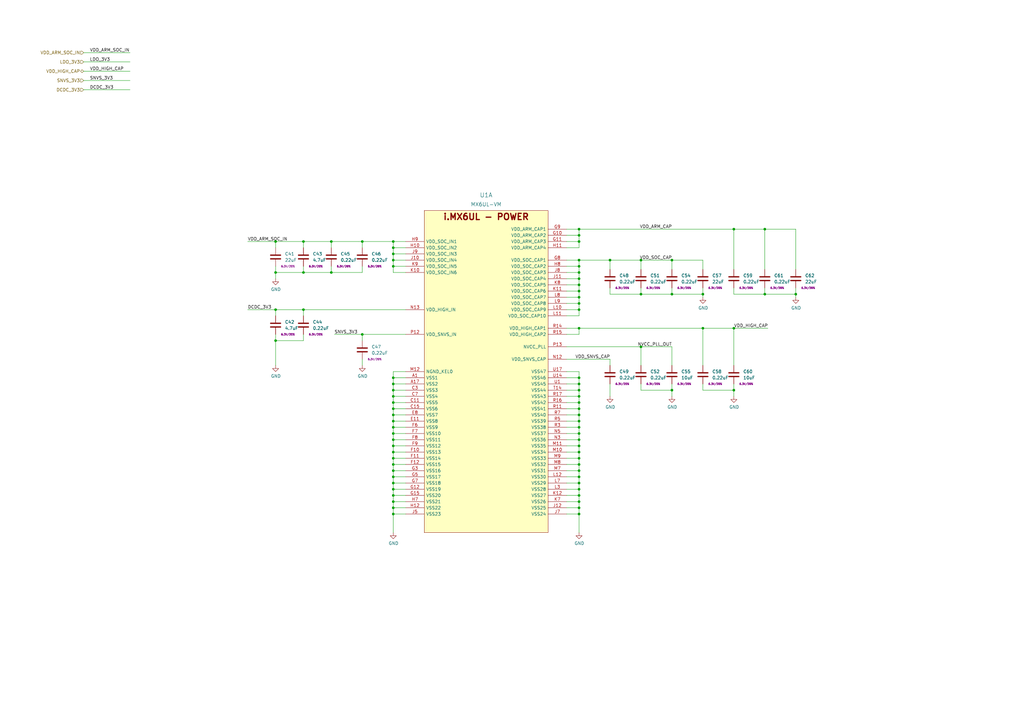
<source format=kicad_sch>
(kicad_sch (version 20211123) (generator eeschema)
  (paper "A3")
  (lib_symbols
    (symbol "Device:C" (pin_numbers hide) (pin_names (offset 0.254))
      (property "Reference" "C" (at 0.635 2.54 0))
      (property "Value" "C" (at 0.635 -2.54 0))
      (symbol "C_1_1"
        (pin passive line (at 0 3.81 270) (length 2.794) (name "~") (number "1"))
        (pin passive line (at 0 -3.81 90) (length 2.794) (name "~") (number "2"))
      )
    )
    (symbol "imx6ull-sbc:MX6UL-VM" (pin_names (offset 0.762))
      (property "Reference" "U" (at 7.62 5.08 0))
      (property "Value" "MX6UL-VM" (at -5.08 5.08 0))
      (symbol "MX6UL-VM_1_0"
        (text "i.MX6UL - POWER" (at 0 -2.54 0) (effects (font (size 2.54 2.54) bold)))
      )
      (symbol "MX6UL-VM_1_1"
        (pin power_in line (at -33.02 -68.58 0) (length 7.62) (name "VSS1") (number "A1"))
        (pin power_in line (at -33.02 -71.12 0) (length 7.62) (name "VSS2") (number "A17"))
        (pin power_in line (at -33.02 -78.74 0) (length 7.62) (name "VSS5") (number "C11"))
        (pin power_in line (at -33.02 -81.28 0) (length 7.62) (name "VSS6") (number "C15"))
        (pin power_in line (at -33.02 -73.66 0) (length 7.62) (name "VSS3") (number "C3"))
        (pin power_in line (at -33.02 -76.2 0) (length 7.62) (name "VSS4") (number "C7"))
        (pin power_in line (at -33.02 -86.36 0) (length 7.62) (name "VSS8") (number "E11"))
        (pin power_in line (at -33.02 -83.82 0) (length 7.62) (name "VSS7") (number "E8"))
        (pin power_in line (at -33.02 -99.06 0) (length 7.62) (name "VSS13") (number "F10"))
        (pin power_in line (at -33.02 -101.6 0) (length 7.62) (name "VSS14") (number "F11"))
        (pin power_in line (at -33.02 -104.14 0) (length 7.62) (name "VSS15") (number "F12"))
        (pin power_in line (at -33.02 -88.9 0) (length 7.62) (name "VSS9") (number "F6"))
        (pin power_in line (at -33.02 -91.44 0) (length 7.62) (name "VSS10") (number "F7"))
        (pin power_in line (at -33.02 -93.98 0) (length 7.62) (name "VSS11") (number "F8"))
        (pin power_in line (at -33.02 -96.52 0) (length 7.62) (name "VSS12") (number "F9"))
        (pin passive line (at 33.02 -10.16 180) (length 7.62) (name "VDD_ARM_CAP2") (number "G10"))
        (pin passive line (at 33.02 -12.7 180) (length 7.62) (name "VDD_ARM_CAP3") (number "G11"))
        (pin power_in line (at -33.02 -114.3 0) (length 7.62) (name "VSS19") (number "G12"))
        (pin power_in line (at -33.02 -116.84 0) (length 7.62) (name "VSS20") (number "G15"))
        (pin power_in line (at -33.02 -106.68 0) (length 7.62) (name "VSS16") (number "G3"))
        (pin power_in line (at -33.02 -109.22 0) (length 7.62) (name "VSS17") (number "G5"))
        (pin power_in line (at -33.02 -111.76 0) (length 7.62) (name "VSS18") (number "G7"))
        (pin power_out line (at 33.02 -20.32 180) (length 7.62) (name "VDD_SOC_CAP1") (number "G8"))
        (pin power_out line (at 33.02 -7.62 180) (length 7.62) (name "VDD_ARM_CAP1") (number "G9"))
        (pin power_in line (at -33.02 -15.24 0) (length 7.62) (name "VDD_SOC_IN2") (number "H10"))
        (pin passive line (at 33.02 -15.24 180) (length 7.62) (name "VDD_ARM_CAP4") (number "H11"))
        (pin power_in line (at -33.02 -121.92 0) (length 7.62) (name "VSS22") (number "H12"))
        (pin power_in line (at -33.02 -119.38 0) (length 7.62) (name "VSS21") (number "H7"))
        (pin passive line (at 33.02 -22.86 180) (length 7.62) (name "VDD_SOC_CAP2") (number "H8"))
        (pin power_in line (at -33.02 -12.7 0) (length 7.62) (name "VDD_SOC_IN1") (number "H9"))
        (pin power_in line (at -33.02 -20.32 0) (length 7.62) (name "VDD_SOC_IN4") (number "J10"))
        (pin passive line (at 33.02 -27.94 180) (length 7.62) (name "VDD_SOC_CAP4") (number "J11"))
        (pin power_in line (at 33.02 -121.92 180) (length 7.62) (name "VSS25") (number "J12"))
        (pin power_in line (at -33.02 -124.46 0) (length 7.62) (name "VSS23") (number "J5"))
        (pin power_in line (at 33.02 -124.46 180) (length 7.62) (name "VSS24") (number "J7"))
        (pin passive line (at 33.02 -25.4 180) (length 7.62) (name "VDD_SOC_CAP3") (number "J8"))
        (pin power_in line (at -33.02 -17.78 0) (length 7.62) (name "VDD_SOC_IN3") (number "J9"))
        (pin power_in line (at -33.02 -25.4 0) (length 7.62) (name "VDD_SOC_IN6") (number "K10"))
        (pin passive line (at 33.02 -33.02 180) (length 7.62) (name "VDD_SOC_CAP6") (number "K11"))
        (pin power_in line (at 33.02 -116.84 180) (length 7.62) (name "VSS27") (number "K12"))
        (pin power_in line (at 33.02 -119.38 180) (length 7.62) (name "VSS26") (number "K7"))
        (pin passive line (at 33.02 -30.48 180) (length 7.62) (name "VDD_SOC_CAP5") (number "K8"))
        (pin power_in line (at -33.02 -22.86 0) (length 7.62) (name "VDD_SOC_IN5") (number "K9"))
        (pin passive line (at 33.02 -40.64 180) (length 7.62) (name "VDD_SOC_CAP9") (number "L10"))
        (pin passive line (at 33.02 -43.18 180) (length 7.62) (name "VDD_SOC_CAP10") (number "L11"))
        (pin power_in line (at 33.02 -109.22 180) (length 7.62) (name "VSS30") (number "L12"))
        (pin power_in line (at 33.02 -114.3 180) (length 7.62) (name "VSS28") (number "L3"))
        (pin power_in line (at 33.02 -111.76 180) (length 7.62) (name "VSS29") (number "L7"))
        (pin passive line (at 33.02 -35.56 180) (length 7.62) (name "VDD_SOC_CAP7") (number "L8"))
        (pin passive line (at 33.02 -38.1 180) (length 7.62) (name "VDD_SOC_CAP8") (number "L9"))
        (pin power_in line (at 33.02 -99.06 180) (length 7.62) (name "VSS34") (number "M10"))
        (pin power_in line (at 33.02 -96.52 180) (length 7.62) (name "VSS35") (number "M11"))
        (pin power_in line (at -33.02 -66.04 0) (length 7.62) (name "NGND_KEL0") (number "M12"))
        (pin power_in line (at 33.02 -106.68 180) (length 7.62) (name "VSS31") (number "M7"))
        (pin power_in line (at 33.02 -104.14 180) (length 7.62) (name "VSS32") (number "M8"))
        (pin power_in line (at 33.02 -101.6 180) (length 7.62) (name "VSS33") (number "M9"))
        (pin power_out line (at 33.02 -60.96 180) (length 7.62) (name "VDD_SNVS_CAP") (number "N12"))
        (pin power_in line (at -33.02 -40.64 0) (length 7.62) (name "VDD_HIGH_IN") (number "N13"))
        (pin power_in line (at 33.02 -93.98 180) (length 7.62) (name "VSS36") (number "N3"))
        (pin power_in line (at 33.02 -91.44 180) (length 7.62) (name "VSS37") (number "N5"))
        (pin power_in line (at -33.02 -50.8 0) (length 7.62) (name "VDD_SNVS_IN") (number "P12"))
        (pin power_out line (at 33.02 -55.88 180) (length 7.62) (name "NVCC_PLL") (number "P13"))
        (pin power_in line (at 33.02 -81.28 180) (length 7.62) (name "VSS41") (number "R11"))
        (pin power_out line (at 33.02 -48.26 180) (length 7.62) (name "VDD_HIGH_CAP1") (number "R14"))
        (pin passive line (at 33.02 -50.8 180) (length 7.62) (name "VDD_HIGH_CAP2") (number "R15"))
        (pin power_in line (at 33.02 -78.74 180) (length 7.62) (name "VSS42") (number "R16"))
        (pin power_in line (at 33.02 -76.2 180) (length 7.62) (name "VSS43") (number "R17"))
        (pin power_in line (at 33.02 -88.9 180) (length 7.62) (name "VSS38") (number "R3"))
        (pin power_in line (at 33.02 -86.36 180) (length 7.62) (name "VSS39") (number "R5"))
        (pin power_in line (at 33.02 -83.82 180) (length 7.62) (name "VSS40") (number "R7"))
        (pin power_in line (at 33.02 -73.66 180) (length 7.62) (name "VSS44") (number "T14"))
        (pin power_in line (at 33.02 -71.12 180) (length 7.62) (name "VSS45") (number "U1"))
        (pin power_in line (at 33.02 -68.58 180) (length 7.62) (name "VSS46") (number "U14"))
        (pin power_in line (at 33.02 -66.04 180) (length 7.62) (name "VSS47") (number "U17"))
      )
      (symbol "MX6UL-VM_2_0"
        (text "i.MX6UL - DDR" (at -1.27 -2.54 0) (effects (font (size 2.54 2.54) bold)))
      )
      (symbol "MX6UL-VM_2_1"
        (pin output line (at 33.02 -73.66 180) (length 7.62) (name "DRAM_ODT1") (number "F1"))
        (pin output line (at -33.02 -48.26 0) (length 7.62) (name "DRAM_ADDR14") (number "G1"))
        (pin output line (at -33.02 -27.94 0) (length 7.62) (name "DRAM_ADDR06") (number "G2"))
        (pin output line (at -33.02 -91.44 0) (length 7.62) (name "DRAM_RESET") (number "G4"))
        (pin power_in line (at 33.02 -88.9 180) (length 7.62) (name "NVCC_DRAM1") (number "G6"))
        (pin output line (at -33.02 -58.42 0) (length 7.62) (name "DRAM_SDBA1") (number "H1"))
        (pin output line (at -33.02 -15.24 0) (length 7.62) (name "DRAM_ADDR01") (number "H2"))
        (pin output line (at -33.02 -45.72 0) (length 7.62) (name "DRAM_ADDR13") (number "H3"))
        (pin output line (at -33.02 -30.48 0) (length 7.62) (name "DRAM_ADDR07") (number "H4"))
        (pin output inverted (at -33.02 -68.58 0) (length 7.62) (name "~{DRAM_CS1}") (number "H5"))
        (pin power_in line (at 33.02 -91.44 180) (length 7.62) (name "NVCC_DRAM2") (number "H6"))
        (pin output inverted (at -33.02 -78.74 0) (length 7.62) (name "~{DRAM_SDWE}") (number "J1"))
        (pin output inverted (at -33.02 -76.2 0) (length 7.62) (name "~{DRAM_CAS}") (number "J2"))
        (pin output line (at 33.02 -81.28 180) (length 7.62) (name "DRAM_SDCKE1") (number "J3"))
        (pin output line (at -33.02 -33.02 0) (length 7.62) (name "DRAM_ADDR08") (number "J4"))
        (pin power_in line (at 33.02 -93.98 180) (length 7.62) (name "NVCC_DRAM3") (number "J6"))
        (pin output line (at -33.02 -17.78 0) (length 7.62) (name "DRAM_ADDR02") (number "K1"))
        (pin output line (at -33.02 -60.96 0) (length 7.62) (name "DRAM_SDBA2") (number "K2"))
        (pin output line (at -33.02 -40.64 0) (length 7.62) (name "DRAM_ADDR11") (number "K3"))
        (pin output line (at -33.02 -22.86 0) (length 7.62) (name "DRAM_ADDR04") (number "K4"))
        (pin output line (at -33.02 -50.8 0) (length 7.62) (name "DRAM_ADDR15") (number "K5"))
        (pin power_in line (at 33.02 -96.52 180) (length 7.62) (name "NVCC_DRAM4") (number "K6"))
        (pin output line (at -33.02 -25.4 0) (length 7.62) (name "DRAM_ADDR05") (number "L1"))
        (pin output line (at -33.02 -35.56 0) (length 7.62) (name "DRAM_ADDR09") (number "L2"))
        (pin output line (at -33.02 -43.18 0) (length 7.62) (name "DRAM_ADDR12") (number "L4"))
        (pin output line (at -33.02 -12.7 0) (length 7.62) (name "DRAM_ADDR00") (number "L5"))
        (pin power_in line (at 33.02 -99.06 180) (length 7.62) (name "NVCC_DRAM5") (number "L6"))
        (pin output line (at -33.02 -55.88 0) (length 7.62) (name "DRAM_SDBA0") (number "M1"))
        (pin output line (at -33.02 -20.32 0) (length 7.62) (name "DRAM_ADDR03") (number "M2"))
        (pin output line (at 33.02 -83.82 180) (length 7.62) (name "DRAM_SDCKE0") (number "M3"))
        (pin output line (at -33.02 -38.1 0) (length 7.62) (name "DRAM_ADDR10") (number "M4"))
        (pin output inverted (at -33.02 -73.66 0) (length 7.62) (name "~{DRAM_RAS}") (number "M5"))
        (pin power_in line (at 33.02 -101.6 180) (length 7.62) (name "NVCC_DRAM6") (number "M6"))
        (pin output line (at 33.02 -76.2 180) (length 7.62) (name "DRAM_ODT0") (number "N1"))
        (pin output inverted (at -33.02 -66.04 0) (length 7.62) (name "~{DRAM_CS0}") (number "N2"))
        (pin input line (at -33.02 -96.52 0) (length 7.62) (name "DRAM_ZQPAD") (number "N4"))
        (pin power_in line (at -33.02 -101.6 0) (length 7.62) (name "NVCC_DRAM_2P5") (number "N6"))
        (pin output line (at -33.02 -83.82 0) (length 7.62) (name "DRAM_SDCLK0_P") (number "P1"))
        (pin output line (at -33.02 -86.36 0) (length 7.62) (name "DRAM_SDCLK0_N") (number "P2"))
        (pin bidirectional line (at 33.02 -55.88 180) (length 7.62) (name "DRAM_DATA13") (number "P3"))
        (pin power_in line (at -33.02 -106.68 0) (length 7.62) (name "DRAM_VREF") (number "P4"))
        (pin bidirectional line (at 33.02 -53.34 180) (length 7.62) (name "DRAM_DATA12") (number "P5"))
        (pin output line (at 33.02 -33.02 180) (length 7.62) (name "DRAM_SDQS0_P") (number "P6"))
        (pin output line (at 33.02 -35.56 180) (length 7.62) (name "DRAM_SDQS0_N") (number "P7"))
        (pin bidirectional line (at 33.02 -60.96 180) (length 7.62) (name "DRAM_DATA15") (number "R1"))
        (pin bidirectional line (at 33.02 -58.42 180) (length 7.62) (name "DRAM_DATA14") (number "R2"))
        (pin bidirectional line (at 33.02 -50.8 180) (length 7.62) (name "DRAM_DATA11") (number "R4"))
        (pin output line (at 33.02 -63.5 180) (length 7.62) (name "DRAM_SDQS1_P") (number "T1"))
        (pin output line (at 33.02 -66.04 180) (length 7.62) (name "DRAM_SDQS1_N") (number "T2"))
        (pin output line (at 33.02 -68.58 180) (length 7.62) (name "DRAM_DQM1") (number "T3"))
        (pin bidirectional line (at 33.02 -12.7 180) (length 7.62) (name "DRAM_DATA00") (number "T4"))
        (pin bidirectional line (at 33.02 -27.94 180) (length 7.62) (name "DRAM_DATA06") (number "T5"))
        (pin bidirectional line (at 33.02 -17.78 180) (length 7.62) (name "DRAM_DATA02") (number "T6"))
        (pin output line (at 33.02 -38.1 180) (length 7.62) (name "DRAM_DQM0") (number "T7"))
        (pin bidirectional line (at 33.02 -25.4 180) (length 7.62) (name "DRAM_DATA05") (number "T8"))
        (pin bidirectional line (at 33.02 -43.18 180) (length 7.62) (name "DRAM_DATA08") (number "U2"))
        (pin bidirectional line (at 33.02 -45.72 180) (length 7.62) (name "DRAM_DATA09") (number "U3"))
        (pin bidirectional line (at 33.02 -30.48 180) (length 7.62) (name "DRAM_DATA07") (number "U4"))
        (pin bidirectional line (at 33.02 -48.26 180) (length 7.62) (name "DRAM_DATA10") (number "U5"))
        (pin bidirectional line (at 33.02 -15.24 180) (length 7.62) (name "DRAM_DATA01") (number "U6"))
        (pin bidirectional line (at 33.02 -20.32 180) (length 7.62) (name "DRAM_DATA03") (number "U7"))
        (pin bidirectional line (at 33.02 -22.86 180) (length 7.62) (name "DRAM_DATA04") (number "U8"))
      )
      (symbol "MX6UL-VM_3_0"
        (text "i.MX6UL - NAND" (at -2.54 -2.54 0) (effects (font (size 2.54 2.54) bold)))
        (text "NVCC_NAND" (at 8.89 -34.29 900) (effects (font (size 1.27 1.27))))
      )
      (symbol "MX6UL-VM_3_1"
        (pin input inverted (at 33.02 -33.02 180) (length 7.62) (name "~{NAND_READY}") (number "A3"))
        (pin input line (at 33.02 -22.86 180) (length 7.62) (name "NAND_CLE") (number "A4"))
        (pin bidirectional line (at 33.02 -58.42 180) (length 7.62) (name "NAND_DATA07") (number "A5"))
        (pin bidirectional line (at 33.02 -55.88 180) (length 7.62) (name "NAND_DATA06") (number "A6"))
        (pin bidirectional line (at 33.02 -45.72 180) (length 7.62) (name "NAND_DATA02") (number "A7"))
        (pin input line (at 33.02 -20.32 180) (length 7.62) (name "NAND_ALE") (number "B4"))
        (pin input inverted (at 33.02 -15.24 180) (length 7.62) (name "~{NAND_CE1}") (number "B5"))
        (pin bidirectional line (at 33.02 -53.34 180) (length 7.62) (name "NAND_DATA05") (number "B6"))
        (pin bidirectional line (at 33.02 -43.18 180) (length 7.62) (name "NAND_DATA01") (number "B7"))
        (pin input inverted (at 33.02 -12.7 180) (length 7.62) (name "~{NAND_CE0}") (number "C5"))
        (pin bidirectional line (at 33.02 -50.8 180) (length 7.62) (name "NAND_DATA04") (number "C6"))
        (pin input inverted (at 33.02 -27.94 180) (length 7.62) (name "~{NAND_WE}") (number "C8"))
        (pin input inverted (at 33.02 -30.48 180) (length 7.62) (name "~{NAND_WP}") (number "D5"))
        (pin bidirectional line (at 33.02 -48.26 180) (length 7.62) (name "NAND_DATA03") (number "D6"))
        (pin bidirectional line (at 33.02 -40.64 180) (length 7.62) (name "NAND_DATA00") (number "D7"))
        (pin input inverted (at 33.02 -25.4 180) (length 7.62) (name "~{NAND_RE}") (number "D8"))
        (pin input line (at 33.02 -35.56 180) (length 7.62) (name "NAND_DQS") (number "E6"))
        (pin power_in line (at -33.02 -12.7 0) (length 7.62) (name "NVCC_NAND") (number "E7"))
      )
      (symbol "MX6UL-VM_4_0"
        (text "i.MX6UL - CSI" (at -2.54 -2.54 0) (effects (font (size 2.54 2.54) bold)))
        (text "NVCC_CSI" (at 8.89 -29.21 900) (effects (font (size 1.27 1.27))))
      )
      (symbol "MX6UL-VM_4_1"
        (pin bidirectional line (at 33.02 -45.72 180) (length 7.62) (name "CSI_DATA07") (number "D1"))
        (pin bidirectional line (at 33.02 -43.18 180) (length 7.62) (name "CSI_DATA06") (number "D2"))
        (pin bidirectional line (at 33.02 -40.64 180) (length 7.62) (name "CSI_DATA05") (number "D3"))
        (pin bidirectional line (at 33.02 -38.1 180) (length 7.62) (name "CSI_DATA04") (number "D4"))
        (pin bidirectional line (at 33.02 -35.56 180) (length 7.62) (name "CSI_DATA03") (number "E1"))
        (pin bidirectional line (at 33.02 -33.02 180) (length 7.62) (name "CSI_DATA02") (number "E2"))
        (pin bidirectional line (at 33.02 -30.48 180) (length 7.62) (name "CSI_DATA01") (number "E3"))
        (pin bidirectional line (at 33.02 -27.94 180) (length 7.62) (name "CSI_DATA00") (number "E4"))
        (pin input line (at 33.02 -15.24 180) (length 7.62) (name "CSI_PIXCLK") (number "E5"))
        (pin input line (at 33.02 -20.32 180) (length 7.62) (name "CSI_VSYNC") (number "F2"))
        (pin input line (at 33.02 -22.86 180) (length 7.62) (name "CSI_HSYNC") (number "F3"))
        (pin power_in line (at -33.02 -12.7 0) (length 7.62) (name "NVCC_CSI") (number "F4"))
        (pin input line (at 33.02 -12.7 180) (length 7.62) (name "CSI_MCLK") (number "F5"))
      )
      (symbol "MX6UL-VM_5_0"
        (text "i.MX6UL - GPIO" (at -2.54 -2.54 0) (effects (font (size 2.54 2.54) bold)))
        (text "NVCC_GPIO" (at 8.89 -24.13 900) (effects (font (size 1.27 1.27))))
      )
      (symbol "MX6UL-VM_5_1"
        (pin power_in line (at -33.02 -12.7 0) (length 7.62) (name "NVCC_GPIO") (number "J13"))
        (pin bidirectional line (at 33.02 -12.7 180) (length 7.62) (name "GPIO1_IO00") (number "K13"))
        (pin bidirectional line (at 33.02 -27.94 180) (length 7.62) (name "GPIO1_IO06") (number "K17"))
        (pin bidirectional line (at 33.02 -17.78 180) (length 7.62) (name "GPIO1_IO02") (number "L14"))
        (pin bidirectional line (at 33.02 -15.24 180) (length 7.62) (name "GPIO1_IO01") (number "L15"))
        (pin bidirectional line (at 33.02 -30.48 180) (length 7.62) (name "GPIO1_IO07") (number "L16"))
        (pin bidirectional line (at 33.02 -20.32 180) (length 7.62) (name "GPIO1_IO03") (number "L17"))
        (pin bidirectional line (at 33.02 -35.56 180) (length 7.62) (name "GPIO1_IO09") (number "M15"))
        (pin bidirectional line (at 33.02 -22.86 180) (length 7.62) (name "GPIO1_IO04") (number "M16"))
        (pin bidirectional line (at 33.02 -25.4 180) (length 7.62) (name "GPIO1_IO05") (number "M17"))
        (pin bidirectional line (at 33.02 -33.02 180) (length 7.62) (name "GPIO1_IO08") (number "N17"))
      )
      (symbol "MX6UL-VM_6_0"
        (text "i.MX6UL - ENET" (at -2.54 -2.54 0) (effects (font (size 2.54 2.54) bold)))
        (text "NVCC_ENET" (at 6.35 -35.56 900) (effects (font (size 1.27 1.27))))
      )
      (symbol "MX6UL-VM_6_1"
        (pin bidirectional line (at 33.02 -35.56 180) (length 7.62) (name "ENET2_TX_DATA0") (number "A15"))
        (pin bidirectional line (at 33.02 -38.1 180) (length 7.62) (name "ENET2_TX_DATA1") (number "A16"))
        (pin bidirectional line (at 33.02 -40.64 180) (length 7.62) (name "ENET2_TX_EN") (number "B15"))
        (pin bidirectional line (at 33.02 -53.34 180) (length 7.62) (name "ENET2_RX_EN") (number "B17"))
        (pin bidirectional line (at 33.02 -48.26 180) (length 7.62) (name "ENET2_RX_DATA1") (number "C16"))
        (pin bidirectional line (at 33.02 -45.72 180) (length 7.62) (name "ENET2_RX_DATA0") (number "C17"))
        (pin bidirectional line (at 33.02 -27.94 180) (length 7.62) (name "ENET1_RX_ER") (number "D15"))
        (pin bidirectional line (at 33.02 -50.8 180) (length 7.62) (name "ENET2_RX_ER") (number "D16"))
        (pin bidirectional line (at 33.02 -43.18 180) (length 7.62) (name "ENET2_TX_CLK") (number "D17"))
        (pin bidirectional line (at 33.02 -15.24 180) (length 7.62) (name "ENET1_TX_DATA1") (number "E14"))
        (pin bidirectional line (at 33.02 -12.7 180) (length 7.62) (name "ENET1_TX_DATA0") (number "E15"))
        (pin bidirectional line (at 33.02 -30.48 180) (length 7.62) (name "ENET1_RX_EN") (number "E16"))
        (pin bidirectional line (at 33.02 -25.4 180) (length 7.62) (name "ENET1_RX_DATA1") (number "E17"))
        (pin power_in line (at -33.02 -12.7 0) (length 7.62) (name "NVCC_ENET") (number "F13"))
        (pin bidirectional line (at 33.02 -20.32 180) (length 7.62) (name "ENET1_TX_CLK") (number "F14"))
        (pin bidirectional line (at 33.02 -17.78 180) (length 7.62) (name "ENET1_TX_EN") (number "F15"))
        (pin bidirectional line (at 33.02 -22.86 180) (length 7.62) (name "ENET1_RX_DATA0") (number "F16"))
      )
      (symbol "MX6UL-VM_7_0"
        (text "i.MX6UL - LCD" (at -2.54 -2.54 0) (effects (font (size 2.54 2.54) bold)))
        (text "NVCC_LCD1" (at 8.89 -50.8 900) (effects (font (size 1.27 1.27))))
      )
      (symbol "MX6UL-VM_7_1"
        (pin bidirectional line (at 33.02 -45.72 180) (length 7.62) (name "LCD_DATA06") (number "A10"))
        (pin bidirectional line (at 33.02 -53.34 180) (length 7.62) (name "LCD_DATA09") (number "A11"))
        (pin bidirectional line (at 33.02 -66.04 180) (length 7.62) (name "LCD_DATA14") (number "A12"))
        (pin bidirectional line (at 33.02 -76.2 180) (length 7.62) (name "LCD_DATA18") (number "A13"))
        (pin bidirectional line (at 33.02 -86.36 180) (length 7.62) (name "LCD_DATA22") (number "A14"))
        (pin bidirectional line (at 33.02 -12.7 180) (length 7.62) (name "LCD_CLK") (number "A8"))
        (pin bidirectional line (at 33.02 -33.02 180) (length 7.62) (name "LCD_DATA01") (number "A9"))
        (pin bidirectional line (at 33.02 -43.18 180) (length 7.62) (name "LCD_DATA05") (number "B10"))
        (pin bidirectional line (at 33.02 -50.8 180) (length 7.62) (name "LCD_DATA08") (number "B11"))
        (pin bidirectional line (at 33.02 -63.5 180) (length 7.62) (name "LCD_DATA13") (number "B12"))
        (pin bidirectional line (at 33.02 -73.66 180) (length 7.62) (name "LCD_DATA17") (number "B13"))
        (pin bidirectional line (at 33.02 -83.82 180) (length 7.62) (name "LCD_DATA21") (number "B14"))
        (pin bidirectional line (at 33.02 -88.9 180) (length 7.62) (name "LCD_DATA23") (number "B16"))
        (pin bidirectional line (at 33.02 -17.78 180) (length 7.62) (name "LCD_ENABLE") (number "B8"))
        (pin bidirectional line (at 33.02 -30.48 180) (length 7.62) (name "LCD_DATA00") (number "B9"))
        (pin bidirectional line (at 33.02 -40.64 180) (length 7.62) (name "LCD_DATA04") (number "C10"))
        (pin bidirectional line (at 33.02 -60.96 180) (length 7.62) (name "LCD_DATA12") (number "C12"))
        (pin bidirectional line (at 33.02 -71.12 180) (length 7.62) (name "LCD_DATA16") (number "C13"))
        (pin bidirectional line (at 33.02 -81.28 180) (length 7.62) (name "LCD_DATA20") (number "C14"))
        (pin bidirectional line (at 33.02 -22.86 180) (length 7.62) (name "LCD_VSYNC") (number "C9"))
        (pin bidirectional line (at 33.02 -38.1 180) (length 7.62) (name "LCD_DATA03") (number "D10"))
        (pin bidirectional line (at 33.02 -48.26 180) (length 7.62) (name "LCD_DATA07") (number "D11"))
        (pin bidirectional line (at 33.02 -58.42 180) (length 7.62) (name "LCD_DATA11") (number "D12"))
        (pin bidirectional line (at 33.02 -68.58 180) (length 7.62) (name "LCD_DATA15") (number "D13"))
        (pin bidirectional line (at 33.02 -78.74 180) (length 7.62) (name "LCD_DATA19") (number "D14"))
        (pin bidirectional line (at 33.02 -20.32 180) (length 7.62) (name "LCD_HSYNC") (number "D9"))
        (pin bidirectional line (at 33.02 -35.56 180) (length 7.62) (name "LCD_DATA02") (number "E10"))
        (pin bidirectional line (at 33.02 -55.88 180) (length 7.62) (name "LCD_DATA10") (number "E12"))
        (pin power_in line (at -33.02 -12.7 0) (length 7.62) (name "NVCC_LCD") (number "E13"))
        (pin bidirectional line (at 33.02 -25.4 180) (length 7.62) (name "LCD_RESET") (number "E9"))
      )
      (symbol "MX6UL-VM_8_0"
        (text "i.MX6UL - USB" (at -2.54 -2.54 0) (effects (font (size 2.54 2.54) bold)))
      )
      (symbol "MX6UL-VM_8_1"
        (pin power_out line (at 33.02 -26.67 180) (length 7.62) (name "VDD_USB_CAP") (number "R12"))
        (pin power_in line (at -33.02 -12.7 0) (length 7.62) (name "USB_OTG1_VBUS") (number "T12"))
        (pin bidirectional line (at 33.02 -35.56 180) (length 7.62) (name "USB_OTG2_DN") (number "T13"))
        (pin bidirectional line (at 33.02 -12.7 180) (length 7.62) (name "USB_OTG1_DN") (number "T15"))
        (pin power_in line (at -33.02 -35.56 0) (length 7.62) (name "USB_OTG2_VBUS") (number "U12"))
        (pin bidirectional line (at 33.02 -38.1 180) (length 7.62) (name "USB_OTG2_DP") (number "U13"))
        (pin bidirectional line (at 33.02 -15.24 180) (length 7.62) (name "USB_OTG1_DP") (number "U15"))
        (pin bidirectional inverted (at 33.02 -17.78 180) (length 7.62) (name "~{USB_OTG1_CHD}") (number "U16"))
      )
      (symbol "MX6UL-VM_9_0"
        (text "i.MX6UL - SD" (at 0 -2.54 0) (effects (font (size 2.54 2.54) bold)))
        (text "NVCC_SD1" (at 10.16 -20.32 900) (effects (font (size 1.27 1.27))))
      )
      (symbol "MX6UL-VM_9_1"
        (pin bidirectional line (at 33.02 -27.94 180) (length 7.62) (name "SD1_DATA3") (number "A2"))
        (pin bidirectional line (at 33.02 -25.4 180) (length 7.62) (name "SD1_DATA2") (number "B1"))
        (pin bidirectional line (at 33.02 -22.86 180) (length 7.62) (name "SD1_DATA1") (number "B2"))
        (pin bidirectional line (at 33.02 -20.32 180) (length 7.62) (name "SD1_DATA0") (number "B3"))
        (pin bidirectional line (at 33.02 -12.7 180) (length 7.62) (name "SD1_CLK") (number "C1"))
        (pin bidirectional line (at 33.02 -15.24 180) (length 7.62) (name "SD1_CMD") (number "C2"))
        (pin power_in line (at -33.02 -12.7 0) (length 7.62) (name "NVCC_SD1") (number "C4"))
      )
      (symbol "MX6UL-VM_10_0"
        (text "i.MX6UL - ADC" (at 0 -2.54 0) (effects (font (size 2.54 2.54) bold)))
      )
      (symbol "MX6UL-VM_10_1"
        (pin power_in line (at -33.02 -12.7 0) (length 7.62) (name "VDDA_ADC_3P3") (number "L13"))
        (pin power_in line (at -33.02 -22.86 0) (length 7.62) (name "ADC_VREFH") (number "M13"))
      )
      (symbol "MX6UL-VM_11_0"
        (text "i.MX6UL - CONTROL" (at 1.27 -2.54 0) (effects (font (size 2.54 2.54) bold)))
        (text "NVCC_GPIO" (at 10.16 -19.05 900) (effects (font (size 1.27 1.27))))
        (text "NVCC_PLL" (at -16.51 -72.39 900) (effects (font (size 1.27 1.27))))
        (text "NVCC_UART" (at 6.35 -86.36 900) (effects (font (size 1.27 1.27))))
        (text "VDD_SNVS_CAP" (at -11.43 -90.17 900) (effects (font (size 1.27 1.27))))
        (text "VDD_SNVS_IN" (at -3.81 -36.83 900) (effects (font (size 1.27 1.27))))
        (text "VDDHIGH_CAP" (at 10.16 -39.37 900) (effects (font (size 1.27 1.27))))
        (text "VDDHIGH_IN" (at -13.97 -111.76 900) (effects (font (size 1.27 1.27))))
      )
      (symbol "MX6UL-VM_11_1"
        (pin bidirectional line (at 33.02 -109.22 180) (length 7.62) (name "UART5_TX_DATA") (number "F17"))
        (pin bidirectional line (at 33.02 -111.76 180) (length 7.62) (name "UART5_RX_DATA") (number "G13"))
        (pin bidirectional inverted (at 33.02 -93.98 180) (length 7.62) (name "~{UART3_RTS}") (number "G14"))
        (pin bidirectional line (at 33.02 -104.14 180) (length 7.62) (name "UART4_RX_DATA") (number "G16"))
        (pin bidirectional line (at 33.02 -101.6 180) (length 7.62) (name "UART4_TX_DATA") (number "G17"))
        (pin power_in line (at 33.02 -53.34 180) (length 7.62) (name "NVCC_UART") (number "H13"))
        (pin bidirectional inverted (at 33.02 -81.28 180) (length 7.62) (name "~{UART2_RTS}") (number "H14"))
        (pin bidirectional inverted (at 33.02 -96.52 180) (length 7.62) (name "~{UART3_CTS}") (number "H15"))
        (pin bidirectional line (at 33.02 -91.44 180) (length 7.62) (name "UART3_RX_DATA") (number "H16"))
        (pin bidirectional line (at 33.02 -88.9 180) (length 7.62) (name "UART3_TX_DATA") (number "H17"))
        (pin bidirectional inverted (at 33.02 -68.58 180) (length 7.62) (name "~{UART1_RTS}") (number "J14"))
        (pin bidirectional inverted (at 33.02 -83.82 180) (length 7.62) (name "~{UART2_CTS}") (number "J15"))
        (pin bidirectional line (at 33.02 -78.74 180) (length 7.62) (name "UART2_RX_DATA") (number "J16"))
        (pin bidirectional line (at 33.02 -76.2 180) (length 7.62) (name "UART2_TX_DATA") (number "J17"))
        (pin bidirectional line (at 33.02 -63.5 180) (length 7.62) (name "UART1_TX_DATA") (number "K14"))
        (pin bidirectional inverted (at 33.02 -71.12 180) (length 7.62) (name "~{UART1_CTS}") (number "K15"))
        (pin bidirectional line (at 33.02 -66.04 180) (length 7.62) (name "UART1_RX_DATA") (number "K16"))
        (pin bidirectional line (at 33.02 -12.7 180) (length 7.62) (name "JTAG_TCK") (number "M14"))
        (pin input line (at -33.02 -48.26 0) (length 7.62) (name "SNVS_TAMPER7") (number "N10"))
        (pin input line (at -33.02 -45.72 0) (length 7.62) (name "SNVS_TAMPER6") (number "N11"))
        (pin input inverted (at 33.02 -22.86 180) (length 7.62) (name "~{JTAG_TRST}") (number "N14"))
        (pin bidirectional line (at 33.02 -20.32 180) (length 7.62) (name "JTAG_TDO") (number "N15"))
        (pin input line (at 33.02 -17.78 180) (length 7.62) (name "JTAG_TDI") (number "N16"))
        (pin input line (at -33.02 -25.4 0) (length 7.62) (name "TEST_MODE") (number "N7"))
        (pin input line (at -33.02 -43.18 0) (length 7.62) (name "SNVS_TAMPER5") (number "N8"))
        (pin input line (at -33.02 -50.8 0) (length 7.62) (name "SNVS_TAMPER8") (number "N9"))
        (pin input line (at -33.02 -38.1 0) (length 7.62) (name "SNVS_TAMPER3") (number "P10"))
        (pin input line (at -33.02 -35.56 0) (length 7.62) (name "SNVS_TAMPER2") (number "P11"))
        (pin bidirectional line (at 33.02 -15.24 180) (length 7.62) (name "JTAG_TMS") (number "P14"))
        (pin bidirectional line (at 33.02 -25.4 180) (length 7.62) (name "JTAG_MOD") (number "P15"))
        (pin bidirectional line (at 33.02 -38.1 180) (length 7.62) (name "CCM_CLK1_N") (number "P16"))
        (pin bidirectional line (at 33.02 -40.64 180) (length 7.62) (name "CCM_CLK1_P") (number "P17"))
        (pin input inverted (at -33.02 -15.24 0) (length 7.62) (name "~{POR}") (number "P8"))
        (pin input line (at -33.02 -40.64 0) (length 7.62) (name "SNVS_TAMPER4") (number "P9"))
        (pin input line (at -33.02 -30.48 0) (length 7.62) (name "SNVS_TAMPER0") (number "R10"))
        (pin power_in line (at -33.02 -111.76 0) (length 7.62) (name "GPANAIO") (number "R13"))
        (pin input line (at -33.02 -53.34 0) (length 7.62) (name "SNVS_TAMPER9") (number "R6"))
        (pin input line (at -33.02 -12.7 0) (length 7.62) (name "ONOFF") (number "R8"))
        (pin input line (at -33.02 -33.02 0) (length 7.62) (name "SNVS_TAMPER1") (number "R9"))
        (pin input line (at -33.02 -20.32 0) (length 7.62) (name "BOOT_MODE0") (number "T10"))
        (pin input line (at -33.02 -88.9 0) (length 7.62) (name "RTC_XTALI") (number "T11"))
        (pin input line (at -33.02 -71.12 0) (length 7.62) (name "XTALI") (number "T16"))
        (pin input line (at -33.02 -73.66 0) (length 7.62) (name "XTALO") (number "T17"))
        (pin input line (at -33.02 -60.96 0) (length 7.62) (name "SNVS_PMIC_ON_REQ") (number "T9"))
        (pin input line (at -33.02 -22.86 0) (length 7.62) (name "BOOT_MODE1") (number "U10"))
        (pin input line (at -33.02 -91.44 0) (length 7.62) (name "RTC_XTALO") (number "U11"))
        (pin input line (at -33.02 -58.42 0) (length 7.62) (name "CCM_PMIC_STBY_REQ") (number "U9"))
      )
    )
    (symbol "power:GND" (power) (pin_names (offset 0))
      (property "Value" "GND" (at 0 -3.81 0))
      (symbol "GND_1_1"
        (pin power_in line (at 0 0 270) (length 0) hide (name "GND") (number "1"))
      )
    )
  )
  (junction (at 237.49 160.02))
  (junction (at 237.49 154.94))
  (junction (at 161.29 101.6))
  (junction (at 161.29 198.12))
  (junction (at 161.29 200.66))
  (junction (at 124.46 111.76))
  (junction (at 161.29 104.14))
  (junction (at 113.03 127))
  (junction (at 124.46 127))
  (junction (at 237.49 210.82))
  (junction (at 237.49 182.88))
  (junction (at 237.49 114.3))
  (junction (at 161.29 210.82))
  (junction (at 326.39 120.65))
  (junction (at 161.29 190.5))
  (junction (at 275.59 120.65))
  (junction (at 237.49 96.52))
  (junction (at 161.29 187.96))
  (junction (at 262.89 120.65))
  (junction (at 275.59 106.68))
  (junction (at 237.49 127))
  (junction (at 161.29 177.8))
  (junction (at 288.29 134.62))
  (junction (at 161.29 162.56))
  (junction (at 124.46 99.06))
  (junction (at 237.49 195.58))
  (junction (at 161.29 203.2))
  (junction (at 161.29 160.02))
  (junction (at 135.89 111.76))
  (junction (at 237.49 208.28))
  (junction (at 237.49 124.46))
  (junction (at 237.49 187.96))
  (junction (at 237.49 157.48))
  (junction (at 237.49 193.04))
  (junction (at 237.49 121.92))
  (junction (at 288.29 120.65))
  (junction (at 161.29 154.94))
  (junction (at 237.49 134.62))
  (junction (at 161.29 106.68))
  (junction (at 161.29 170.18))
  (junction (at 237.49 93.98))
  (junction (at 161.29 99.06))
  (junction (at 262.89 106.68))
  (junction (at 300.99 93.98))
  (junction (at 161.29 208.28))
  (junction (at 313.69 120.65))
  (junction (at 161.29 165.1))
  (junction (at 237.49 177.8))
  (junction (at 262.89 142.24))
  (junction (at 161.29 185.42))
  (junction (at 161.29 109.22))
  (junction (at 161.29 180.34))
  (junction (at 113.03 99.06))
  (junction (at 275.59 160.02))
  (junction (at 237.49 116.84))
  (junction (at 237.49 165.1))
  (junction (at 237.49 170.18))
  (junction (at 135.89 99.06))
  (junction (at 237.49 175.26))
  (junction (at 148.59 137.16))
  (junction (at 237.49 119.38))
  (junction (at 250.19 106.68))
  (junction (at 300.99 134.62))
  (junction (at 148.59 99.06))
  (junction (at 161.29 157.48))
  (junction (at 161.29 175.26))
  (junction (at 237.49 198.12))
  (junction (at 161.29 195.58))
  (junction (at 161.29 182.88))
  (junction (at 300.99 160.02))
  (junction (at 237.49 167.64))
  (junction (at 237.49 190.5))
  (junction (at 113.03 111.76))
  (junction (at 237.49 200.66))
  (junction (at 237.49 185.42))
  (junction (at 237.49 99.06))
  (junction (at 237.49 109.22))
  (junction (at 161.29 205.74))
  (junction (at 313.69 93.98))
  (junction (at 237.49 111.76))
  (junction (at 237.49 203.2))
  (junction (at 113.03 139.7))
  (junction (at 237.49 180.34))
  (junction (at 161.29 172.72))
  (junction (at 237.49 172.72))
  (junction (at 161.29 193.04))
  (junction (at 237.49 205.74))
  (junction (at 237.49 106.68))
  (junction (at 237.49 162.56))
  (junction (at 161.29 167.64))
  (wire (pts (xy 161.29 200.66) (xy 161.29 203.2)))
  (wire (pts (xy 232.41 190.5) (xy 237.49 190.5)))
  (wire (pts (xy 262.89 160.02) (xy 275.59 160.02)))
  (wire (pts (xy 161.29 187.96) (xy 161.29 190.5)))
  (wire (pts (xy 124.46 129.54) (xy 124.46 127)))
  (wire (pts (xy 288.29 149.86) (xy 288.29 134.62)))
  (wire (pts (xy 232.41 200.66) (xy 237.49 200.66)))
  (wire (pts (xy 166.37 167.64) (xy 161.29 167.64)))
  (wire (pts (xy 237.49 134.62) (xy 288.29 134.62)))
  (wire (pts (xy 313.69 93.98) (xy 326.39 93.98)))
  (wire (pts (xy 237.49 175.26) (xy 237.49 177.8)))
  (wire (pts (xy 237.49 121.92) (xy 237.49 119.38)))
  (wire (pts (xy 161.29 180.34) (xy 161.29 182.88)))
  (wire (pts (xy 34.29 33.02) (xy 53.34 33.02)))
  (wire (pts (xy 166.37 208.28) (xy 161.29 208.28)))
  (wire (pts (xy 288.29 106.68) (xy 288.29 110.49)))
  (wire (pts (xy 161.29 99.06) (xy 148.59 99.06)))
  (wire (pts (xy 275.59 157.48) (xy 275.59 160.02)))
  (wire (pts (xy 237.49 129.54) (xy 237.49 127)))
  (wire (pts (xy 232.41 187.96) (xy 237.49 187.96)))
  (wire (pts (xy 113.03 129.54) (xy 113.03 127)))
  (wire (pts (xy 250.19 118.11) (xy 250.19 120.65)))
  (wire (pts (xy 166.37 172.72) (xy 161.29 172.72)))
  (wire (pts (xy 166.37 195.58) (xy 161.29 195.58)))
  (wire (pts (xy 161.29 167.64) (xy 161.29 170.18)))
  (wire (pts (xy 161.29 198.12) (xy 161.29 200.66)))
  (wire (pts (xy 232.41 193.04) (xy 237.49 193.04)))
  (wire (pts (xy 326.39 121.92) (xy 326.39 120.65)))
  (wire (pts (xy 288.29 120.65) (xy 288.29 121.92)))
  (wire (pts (xy 166.37 210.82) (xy 161.29 210.82)))
  (wire (pts (xy 237.49 137.16) (xy 237.49 134.62)))
  (wire (pts (xy 232.41 205.74) (xy 237.49 205.74)))
  (wire (pts (xy 275.59 106.68) (xy 275.59 110.49)))
  (wire (pts (xy 148.59 147.32) (xy 148.59 149.86)))
  (wire (pts (xy 113.03 109.22) (xy 113.03 111.76)))
  (wire (pts (xy 232.41 177.8) (xy 237.49 177.8)))
  (wire (pts (xy 237.49 172.72) (xy 237.49 175.26)))
  (wire (pts (xy 288.29 157.48) (xy 288.29 160.02)))
  (wire (pts (xy 161.29 208.28) (xy 161.29 210.82)))
  (wire (pts (xy 250.19 106.68) (xy 262.89 106.68)))
  (wire (pts (xy 275.59 160.02) (xy 275.59 162.56)))
  (wire (pts (xy 161.29 109.22) (xy 161.29 106.68)))
  (wire (pts (xy 237.49 185.42) (xy 237.49 187.96)))
  (wire (pts (xy 237.49 111.76) (xy 237.49 109.22)))
  (wire (pts (xy 232.41 172.72) (xy 237.49 172.72)))
  (wire (pts (xy 166.37 109.22) (xy 161.29 109.22)))
  (wire (pts (xy 326.39 93.98) (xy 326.39 110.49)))
  (wire (pts (xy 232.41 111.76) (xy 237.49 111.76)))
  (wire (pts (xy 300.99 160.02) (xy 300.99 162.56)))
  (wire (pts (xy 135.89 111.76) (xy 148.59 111.76)))
  (wire (pts (xy 232.41 160.02) (xy 237.49 160.02)))
  (wire (pts (xy 232.41 116.84) (xy 237.49 116.84)))
  (wire (pts (xy 237.49 180.34) (xy 237.49 182.88)))
  (wire (pts (xy 262.89 106.68) (xy 262.89 110.49)))
  (wire (pts (xy 113.03 99.06) (xy 101.6 99.06)))
  (wire (pts (xy 250.19 120.65) (xy 262.89 120.65)))
  (wire (pts (xy 161.29 175.26) (xy 161.29 177.8)))
  (wire (pts (xy 166.37 152.4) (xy 161.29 152.4)))
  (wire (pts (xy 148.59 109.22) (xy 148.59 111.76)))
  (wire (pts (xy 313.69 120.65) (xy 326.39 120.65)))
  (wire (pts (xy 124.46 99.06) (xy 113.03 99.06)))
  (wire (pts (xy 166.37 187.96) (xy 161.29 187.96)))
  (wire (pts (xy 148.59 137.16) (xy 166.37 137.16)))
  (wire (pts (xy 300.99 110.49) (xy 300.99 93.98)))
  (wire (pts (xy 113.03 127) (xy 124.46 127)))
  (wire (pts (xy 232.41 154.94) (xy 237.49 154.94)))
  (wire (pts (xy 161.29 111.76) (xy 161.29 109.22)))
  (wire (pts (xy 232.41 109.22) (xy 237.49 109.22)))
  (wire (pts (xy 166.37 154.94) (xy 161.29 154.94)))
  (wire (pts (xy 232.41 119.38) (xy 237.49 119.38)))
  (wire (pts (xy 232.41 170.18) (xy 237.49 170.18)))
  (wire (pts (xy 232.41 195.58) (xy 237.49 195.58)))
  (wire (pts (xy 237.49 205.74) (xy 237.49 208.28)))
  (wire (pts (xy 237.49 187.96) (xy 237.49 190.5)))
  (wire (pts (xy 250.19 147.32) (xy 250.19 149.86)))
  (wire (pts (xy 237.49 127) (xy 237.49 124.46)))
  (wire (pts (xy 161.29 106.68) (xy 161.29 104.14)))
  (wire (pts (xy 232.41 182.88) (xy 237.49 182.88)))
  (wire (pts (xy 166.37 193.04) (xy 161.29 193.04)))
  (wire (pts (xy 161.29 185.42) (xy 161.29 187.96)))
  (wire (pts (xy 148.59 101.6) (xy 148.59 99.06)))
  (wire (pts (xy 166.37 185.42) (xy 161.29 185.42)))
  (wire (pts (xy 232.41 106.68) (xy 237.49 106.68)))
  (wire (pts (xy 166.37 104.14) (xy 161.29 104.14)))
  (wire (pts (xy 166.37 175.26) (xy 161.29 175.26)))
  (wire (pts (xy 135.89 109.22) (xy 135.89 111.76)))
  (wire (pts (xy 237.49 210.82) (xy 237.49 218.44)))
  (wire (pts (xy 232.41 165.1) (xy 237.49 165.1)))
  (wire (pts (xy 161.29 152.4) (xy 161.29 154.94)))
  (wire (pts (xy 232.41 175.26) (xy 237.49 175.26)))
  (wire (pts (xy 161.29 177.8) (xy 161.29 180.34)))
  (wire (pts (xy 313.69 110.49) (xy 313.69 93.98)))
  (wire (pts (xy 161.29 193.04) (xy 161.29 195.58)))
  (wire (pts (xy 237.49 106.68) (xy 250.19 106.68)))
  (wire (pts (xy 166.37 162.56) (xy 161.29 162.56)))
  (wire (pts (xy 250.19 110.49) (xy 250.19 106.68)))
  (wire (pts (xy 166.37 198.12) (xy 161.29 198.12)))
  (wire (pts (xy 135.89 99.06) (xy 148.59 99.06)))
  (wire (pts (xy 237.49 198.12) (xy 237.49 200.66)))
  (wire (pts (xy 300.99 118.11) (xy 300.99 120.65)))
  (wire (pts (xy 237.49 182.88) (xy 237.49 185.42)))
  (wire (pts (xy 161.29 157.48) (xy 161.29 160.02)))
  (wire (pts (xy 161.29 104.14) (xy 161.29 101.6)))
  (wire (pts (xy 288.29 120.65) (xy 288.29 118.11)))
  (wire (pts (xy 166.37 177.8) (xy 161.29 177.8)))
  (wire (pts (xy 161.29 170.18) (xy 161.29 172.72)))
  (wire (pts (xy 250.19 157.48) (xy 250.19 162.56)))
  (wire (pts (xy 166.37 111.76) (xy 161.29 111.76)))
  (wire (pts (xy 232.41 96.52) (xy 237.49 96.52)))
  (wire (pts (xy 232.41 208.28) (xy 237.49 208.28)))
  (wire (pts (xy 161.29 172.72) (xy 161.29 175.26)))
  (wire (pts (xy 34.29 36.83) (xy 53.34 36.83)))
  (wire (pts (xy 237.49 162.56) (xy 237.49 165.1)))
  (wire (pts (xy 262.89 118.11) (xy 262.89 120.65)))
  (wire (pts (xy 237.49 93.98) (xy 300.99 93.98)))
  (wire (pts (xy 166.37 205.74) (xy 161.29 205.74)))
  (wire (pts (xy 161.29 101.6) (xy 161.29 99.06)))
  (wire (pts (xy 232.41 203.2) (xy 237.49 203.2)))
  (wire (pts (xy 124.46 109.22) (xy 124.46 111.76)))
  (wire (pts (xy 113.03 137.16) (xy 113.03 139.7)))
  (wire (pts (xy 232.41 147.32) (xy 250.19 147.32)))
  (wire (pts (xy 237.49 200.66) (xy 237.49 203.2)))
  (wire (pts (xy 166.37 99.06) (xy 161.29 99.06)))
  (wire (pts (xy 237.49 208.28) (xy 237.49 210.82)))
  (wire (pts (xy 300.99 149.86) (xy 300.99 134.62)))
  (wire (pts (xy 232.41 99.06) (xy 237.49 99.06)))
  (wire (pts (xy 262.89 106.68) (xy 275.59 106.68)))
  (wire (pts (xy 232.41 185.42) (xy 237.49 185.42)))
  (wire (pts (xy 275.59 120.65) (xy 288.29 120.65)))
  (wire (pts (xy 113.03 111.76) (xy 124.46 111.76)))
  (wire (pts (xy 161.29 203.2) (xy 161.29 205.74)))
  (wire (pts (xy 166.37 106.68) (xy 161.29 106.68)))
  (wire (pts (xy 124.46 111.76) (xy 135.89 111.76)))
  (wire (pts (xy 300.99 134.62) (xy 314.96 134.62)))
  (wire (pts (xy 161.29 210.82) (xy 161.29 218.44)))
  (wire (pts (xy 237.49 114.3) (xy 237.49 111.76)))
  (wire (pts (xy 161.29 205.74) (xy 161.29 208.28)))
  (wire (pts (xy 288.29 134.62) (xy 300.99 134.62)))
  (wire (pts (xy 232.41 121.92) (xy 237.49 121.92)))
  (wire (pts (xy 232.41 142.24) (xy 262.89 142.24)))
  (wire (pts (xy 237.49 195.58) (xy 237.49 198.12)))
  (wire (pts (xy 262.89 120.65) (xy 275.59 120.65)))
  (wire (pts (xy 237.49 165.1) (xy 237.49 167.64)))
  (wire (pts (xy 237.49 101.6) (xy 237.49 99.06)))
  (wire (pts (xy 161.29 162.56) (xy 161.29 165.1)))
  (wire (pts (xy 237.49 119.38) (xy 237.49 116.84)))
  (wire (pts (xy 237.49 177.8) (xy 237.49 180.34)))
  (wire (pts (xy 232.41 167.64) (xy 237.49 167.64)))
  (wire (pts (xy 232.41 114.3) (xy 237.49 114.3)))
  (wire (pts (xy 161.29 165.1) (xy 161.29 167.64)))
  (wire (pts (xy 300.99 120.65) (xy 313.69 120.65)))
  (wire (pts (xy 166.37 180.34) (xy 161.29 180.34)))
  (wire (pts (xy 113.03 111.76) (xy 113.03 114.3)))
  (wire (pts (xy 113.03 139.7) (xy 113.03 149.86)))
  (wire (pts (xy 232.41 101.6) (xy 237.49 101.6)))
  (wire (pts (xy 124.46 99.06) (xy 135.89 99.06)))
  (wire (pts (xy 237.49 99.06) (xy 237.49 96.52)))
  (wire (pts (xy 237.49 154.94) (xy 237.49 157.48)))
  (wire (pts (xy 237.49 124.46) (xy 237.49 121.92)))
  (wire (pts (xy 232.41 152.4) (xy 237.49 152.4)))
  (wire (pts (xy 166.37 200.66) (xy 161.29 200.66)))
  (wire (pts (xy 166.37 160.02) (xy 161.29 160.02)))
  (wire (pts (xy 124.46 101.6) (xy 124.46 99.06)))
  (wire (pts (xy 232.41 127) (xy 237.49 127)))
  (wire (pts (xy 326.39 118.11) (xy 326.39 120.65)))
  (wire (pts (xy 288.29 160.02) (xy 300.99 160.02)))
  (wire (pts (xy 237.49 134.62) (xy 232.41 134.62)))
  (wire (pts (xy 166.37 165.1) (xy 161.29 165.1)))
  (wire (pts (xy 232.41 137.16) (xy 237.49 137.16)))
  (wire (pts (xy 237.49 203.2) (xy 237.49 205.74)))
  (wire (pts (xy 137.16 137.16) (xy 148.59 137.16)))
  (wire (pts (xy 161.29 190.5) (xy 161.29 193.04)))
  (wire (pts (xy 237.49 109.22) (xy 237.49 106.68)))
  (wire (pts (xy 275.59 106.68) (xy 288.29 106.68)))
  (wire (pts (xy 232.41 157.48) (xy 237.49 157.48)))
  (wire (pts (xy 161.29 160.02) (xy 161.29 162.56)))
  (wire (pts (xy 148.59 137.16) (xy 148.59 139.7)))
  (wire (pts (xy 262.89 149.86) (xy 262.89 142.24)))
  (wire (pts (xy 166.37 170.18) (xy 161.29 170.18)))
  (wire (pts (xy 232.41 129.54) (xy 237.49 129.54)))
  (wire (pts (xy 237.49 116.84) (xy 237.49 114.3)))
  (wire (pts (xy 300.99 93.98) (xy 313.69 93.98)))
  (wire (pts (xy 232.41 180.34) (xy 237.49 180.34)))
  (wire (pts (xy 34.29 21.59) (xy 53.34 21.59)))
  (wire (pts (xy 237.49 157.48) (xy 237.49 160.02)))
  (wire (pts (xy 262.89 160.02) (xy 262.89 157.48)))
  (wire (pts (xy 166.37 203.2) (xy 161.29 203.2)))
  (wire (pts (xy 300.99 157.48) (xy 300.99 160.02)))
  (wire (pts (xy 237.49 170.18) (xy 237.49 172.72)))
  (wire (pts (xy 232.41 93.98) (xy 237.49 93.98)))
  (wire (pts (xy 232.41 162.56) (xy 237.49 162.56)))
  (wire (pts (xy 166.37 101.6) (xy 161.29 101.6)))
  (wire (pts (xy 161.29 182.88) (xy 161.29 185.42)))
  (wire (pts (xy 237.49 190.5) (xy 237.49 193.04)))
  (wire (pts (xy 237.49 193.04) (xy 237.49 195.58)))
  (wire (pts (xy 34.29 25.4) (xy 53.34 25.4)))
  (wire (pts (xy 275.59 118.11) (xy 275.59 120.65)))
  (wire (pts (xy 262.89 142.24) (xy 275.59 142.24)))
  (wire (pts (xy 166.37 157.48) (xy 161.29 157.48)))
  (wire (pts (xy 275.59 149.86) (xy 275.59 142.24)))
  (wire (pts (xy 124.46 127) (xy 166.37 127)))
  (wire (pts (xy 166.37 182.88) (xy 161.29 182.88)))
  (wire (pts (xy 161.29 154.94) (xy 161.29 157.48)))
  (wire (pts (xy 237.49 96.52) (xy 237.49 93.98)))
  (wire (pts (xy 232.41 210.82) (xy 237.49 210.82)))
  (wire (pts (xy 166.37 190.5) (xy 161.29 190.5)))
  (wire (pts (xy 237.49 152.4) (xy 237.49 154.94)))
  (wire (pts (xy 34.29 29.21) (xy 53.34 29.21)))
  (wire (pts (xy 237.49 167.64) (xy 237.49 170.18)))
  (wire (pts (xy 113.03 99.06) (xy 113.03 101.6)))
  (wire (pts (xy 101.6 127) (xy 113.03 127)))
  (wire (pts (xy 135.89 101.6) (xy 135.89 99.06)))
  (wire (pts (xy 113.03 139.7) (xy 124.46 139.7)))
  (wire (pts (xy 124.46 137.16) (xy 124.46 139.7)))
  (wire (pts (xy 232.41 198.12) (xy 237.49 198.12)))
  (wire (pts (xy 161.29 195.58) (xy 161.29 198.12)))
  (wire (pts (xy 313.69 118.11) (xy 313.69 120.65)))
  (wire (pts (xy 232.41 124.46) (xy 237.49 124.46)))
  (wire (pts (xy 237.49 160.02) (xy 237.49 162.56)))
  (label "VDD_ARM_SOC_IN" (at 36.83 21.59 0))
  (label "VDD_ARM_CAP" (at 275.59 93.98 180))
  (label "SNVS_3V3" (at 137.16 137.16 0))
  (label "DCDC_3V3" (at 36.83 36.83 0))
  (label "VDD_HIGH_CAP" (at 36.83 29.21 0))
  (label "SNVS_3V3" (at 36.83 33.02 0))
  (label "NVCC_PLL_OUT" (at 275.59 142.24 180))
  (label "LDO_3V3" (at 36.83 25.4 0))
  (label "VDD_SOC_CAP" (at 275.59 106.68 180))
  (label "VDD_HIGH_CAP" (at 314.96 134.62 180))
  (label "VDD_SNVS_CAP" (at 250.19 147.32 180))
  (label "VDD_ARM_SOC_IN" (at 101.6 99.06 0))
  (label "DCDC_3V3" (at 101.6 127 0))
  (hierarchical_label "VDD_ARM_SOC_IN" (shape input) (at 34.29 21.59 180))
  (hierarchical_label "SNVS_3V3" (shape input) (at 34.29 33.02 180))
  (hierarchical_label "VDD_HIGH_CAP" (shape bidirectional) (at 34.29 29.21 180))
  (hierarchical_label "DCDC_3V3" (shape input) (at 34.29 36.83 180))
  (hierarchical_label "LDO_3V3" (shape input) (at 34.29 25.4 180))
  (symbol (lib_id "Device:C") (at 250.19 114.3 0) (unit 1)
    (property "Reference" "C48" (at 254 113.0299 0) (effects (justify left)))
    (property "Value" "0.22uF" (at 254 115.5699 0) (effects (justify left)))
    (property "Footprint" "Capacitor_SMD:C_0201_0603Metric" (effects hide))
    (property "Rating" "6.3V/20%" (at 255.27 118.11 0) (effects (font (size 0.762 0.762))))
  )
  (symbol (lib_id "Device:C") (at 300.99 114.3 0) (unit 1)
    (property "Reference" "C59" (at 304.8 113.0299 0) (effects (justify left)))
    (property "Value" "0.22uF" (at 304.8 115.5699 0) (effects (justify left)))
    (property "Footprint" "Capacitor_SMD:C_0201_0603Metric" (effects hide))
    (property "Rating" "6.3V/20%" (at 306.07 118.11 0) (effects (font (size 0.762 0.762))))
  )
  (symbol (lib_id "Device:C") (at 275.59 114.3 0) (unit 1)
    (property "Reference" "C54" (at 279.4 113.0299 0) (effects (justify left)))
    (property "Value" "0.22uF" (at 279.4 115.5699 0) (effects (justify left)))
    (property "Footprint" "Capacitor_SMD:C_0201_0603Metric" (effects hide))
    (property "Rating" "6.3V/20%" (at 280.67 118.11 0) (effects (font (size 0.762 0.762))))
  )
  (symbol (lib_id "Device:C") (at 124.46 105.41 0) (unit 1)
    (property "Reference" "C43" (at 128.27 104.1399 0) (effects (justify left)))
    (property "Value" "4.7uF" (at 128.27 106.6799 0) (effects (justify left)))
    (property "Footprint" "Capacitor_SMD:C_0402_1005Metric" (effects hide))
    (property "Rating" "6.3V/20%" (at 129.54 109.22 0) (effects (font (size 0.762 0.762))))
  )
  (symbol (lib_id "power:GND") (at 113.03 149.86 0) (unit 1)
    (property "Reference" "#PWR0126" (effects hide))
    (property "Value" "GND" (at 113.157 154.2542 0))
  )
  (symbol (lib_id "Device:C") (at 113.03 133.35 0) (unit 1)
    (property "Reference" "C42" (at 116.84 132.0799 0) (effects (justify left)))
    (property "Value" "4.7uF" (at 116.84 134.6199 0) (effects (justify left)))
    (property "Footprint" "Capacitor_SMD:C_0402_1005Metric" (effects hide))
    (property "Rating" "6.3V/20%" (at 118.11 137.16 0) (effects (font (size 0.762 0.762))))
  )
  (symbol (lib_id "power:GND") (at 275.59 162.56 0) (unit 1)
    (property "Reference" "#PWR0130" (effects hide))
    (property "Value" "GND" (at 275.717 166.9542 0))
  )
  (symbol (lib_id "Device:C") (at 113.03 105.41 0) (unit 1)
    (property "Reference" "C41" (at 116.84 104.1399 0) (effects (justify left)))
    (property "Value" "22uF" (at 116.84 106.6799 0) (effects (justify left)))
    (property "Footprint" "Capacitor_SMD:C_0603_1608Metric" (effects hide))
    (property "Rating" "6.3V/20%" (at 118.11 109.22 0) (effects (font (size 0.762 0.762))))
  )
  (symbol (lib_id "power:GND") (at 326.39 121.92 0) (unit 1)
    (property "Reference" "#PWR0133" (effects hide))
    (property "Value" "GND" (at 326.517 126.3142 0))
  )
  (symbol (lib_id "power:GND") (at 148.59 149.86 0) (unit 1)
    (property "Reference" "#PWR0128" (effects hide))
    (property "Value" "GND" (at 148.717 154.2542 0))
  )
  (symbol (lib_id "power:GND") (at 250.19 162.56 0) (unit 1)
    (property "Reference" "#PWR0129" (effects hide))
    (property "Value" "GND" (at 250.317 166.9542 0))
  )
  (symbol (lib_id "power:GND") (at 113.03 114.3 0) (unit 1)
    (property "Reference" "#PWR0127" (effects hide))
    (property "Value" "GND" (at 113.157 118.6942 0))
  )
  (symbol (lib_id "power:GND") (at 161.29 218.44 0) (unit 1)
    (property "Reference" "#PWR0125" (effects hide))
    (property "Value" "GND" (at 161.417 222.8342 0))
  )
  (symbol (lib_id "Device:C") (at 250.19 153.67 0) (unit 1)
    (property "Reference" "C49" (at 254 152.3999 0) (effects (justify left)))
    (property "Value" "0.22uF" (at 254 154.9399 0) (effects (justify left)))
    (property "Footprint" "Capacitor_SMD:C_0201_0603Metric" (effects hide))
    (property "Rating" "6.3V/20%" (at 255.27 157.48 0) (effects (font (size 0.762 0.762))))
  )
  (symbol (lib_id "Device:C") (at 288.29 114.3 0) (unit 1)
    (property "Reference" "C57" (at 292.1 113.0299 0) (effects (justify left)))
    (property "Value" "22uF" (at 292.1 115.5699 0) (effects (justify left)))
    (property "Footprint" "Capacitor_SMD:C_0603_1608Metric" (effects hide))
    (property "Rating" "6.3V/20%" (at 293.37 118.11 0) (effects (font (size 0.762 0.762))))
  )
  (symbol (lib_id "power:GND") (at 288.29 121.92 0) (unit 1)
    (property "Reference" "#PWR0132" (effects hide))
    (property "Value" "GND" (at 288.417 126.3142 0))
  )
  (symbol (lib_id "power:GND") (at 237.49 218.44 0) (unit 1)
    (property "Reference" "#PWR0124" (effects hide))
    (property "Value" "GND" (at 237.617 222.8342 0))
  )
  (symbol (lib_id "Device:C") (at 300.99 153.67 0) (unit 1)
    (property "Reference" "C60" (at 304.8 152.3999 0) (effects (justify left)))
    (property "Value" "10uF" (at 304.8 154.9399 0) (effects (justify left)))
    (property "Footprint" "Capacitor_SMD:C_0402_1005Metric" (effects hide))
    (property "Rating" "6.3V/20%" (at 306.07 157.48 0) (effects (font (size 0.762 0.762))))
  )
  (symbol (lib_id "power:GND") (at 300.99 162.56 0) (unit 1)
    (property "Reference" "#PWR0131" (effects hide))
    (property "Value" "GND" (at 301.117 166.9542 0))
  )
  (symbol (lib_id "Device:C") (at 124.46 133.35 0) (unit 1)
    (property "Reference" "C44" (at 128.27 132.0799 0) (effects (justify left)))
    (property "Value" "0.22uF" (at 128.27 134.6199 0) (effects (justify left)))
    (property "Footprint" "Capacitor_SMD:C_0201_0603Metric" (effects hide))
    (property "Rating" "6.3V/20%" (at 129.54 137.16 0) (effects (font (size 0.762 0.762))))
  )
  (symbol (lib_id "Device:C") (at 313.69 114.3 0) (unit 1)
    (property "Reference" "C61" (at 317.5 113.0299 0) (effects (justify left)))
    (property "Value" "0.22uF" (at 317.5 115.5699 0) (effects (justify left)))
    (property "Footprint" "Capacitor_SMD:C_0201_0603Metric" (effects hide))
    (property "Rating" "6.3V/20%" (at 318.77 118.11 0) (effects (font (size 0.762 0.762))))
  )
  (symbol (lib_id "imx6ull-sbc:MX6UL-VM") (at 199.39 86.36 0) (unit 1)
    (property "Reference" "U1" (at 199.39 80.01 0) (effects (font (size 1.778 1.778))))
    (property "Value" "MX6UL-VM" (at 199.39 83.82 0) (effects (font (size 1.524 1.524))))
    (property "Footprint" "imx6ull-sbc:SOT1534-2" (effects hide))
  )
  (symbol (lib_id "Device:C") (at 135.89 105.41 0) (unit 1)
    (property "Reference" "C45" (at 139.7 104.1399 0) (effects (justify left)))
    (property "Value" "0.22uF" (at 139.7 106.6799 0) (effects (justify left)))
    (property "Footprint" "Capacitor_SMD:C_0201_0603Metric" (effects hide))
    (property "Rating" "6.3V/20%" (at 140.97 109.22 0) (effects (font (size 0.762 0.762))))
  )
  (symbol (lib_id "Device:C") (at 262.89 114.3 0) (unit 1)
    (property "Reference" "C51" (at 266.7 113.0299 0) (effects (justify left)))
    (property "Value" "0.22uF" (at 266.7 115.5699 0) (effects (justify left)))
    (property "Footprint" "Capacitor_SMD:C_0201_0603Metric" (effects hide))
    (property "Rating" "6.3V/20%" (at 267.97 118.11 0) (effects (font (size 0.762 0.762))))
  )
  (symbol (lib_id "Device:C") (at 148.59 143.51 0) (unit 1)
    (property "Reference" "C47" (at 152.4 142.2399 0) (effects (justify left)))
    (property "Value" "0.22uF" (at 152.4 144.7799 0) (effects (justify left)))
    (property "Footprint" "Capacitor_SMD:C_0201_0603Metric" (effects hide))
    (property "Rating" "6.3V/20%" (at 153.67 147.32 0) (effects (font (size 0.762 0.762))))
  )
  (symbol (lib_id "Device:C") (at 262.89 153.67 0) (unit 1)
    (property "Reference" "C52" (at 266.7 152.3999 0) (effects (justify left)))
    (property "Value" "0.22uF" (at 266.7 154.9399 0) (effects (justify left)))
    (property "Footprint" "Capacitor_SMD:C_0201_0603Metric" (effects hide))
    (property "Rating" "6.3V/20%" (at 267.97 157.48 0) (effects (font (size 0.762 0.762))))
  )
  (symbol (lib_id "Device:C") (at 326.39 114.3 0) (unit 1)
    (property "Reference" "C62" (at 330.2 113.0299 0) (effects (justify left)))
    (property "Value" "22uF" (at 330.2 115.5699 0) (effects (justify left)))
    (property "Footprint" "Capacitor_SMD:C_0603_1608Metric" (effects hide))
    (property "Rating" "6.3V/20%" (at 331.47 118.11 0) (effects (font (size 0.762 0.762))))
  )
  (symbol (lib_id "Device:C") (at 275.59 153.67 0) (unit 1)
    (property "Reference" "C55" (at 279.4 152.3999 0) (effects (justify left)))
    (property "Value" "10uF" (at 279.4 154.9399 0) (effects (justify left)))
    (property "Footprint" "Capacitor_SMD:C_0402_1005Metric" (effects hide))
    (property "Rating" "6.3V/20%" (at 280.67 157.48 0) (effects (font (size 0.762 0.762))))
  )
  (symbol (lib_id "Device:C") (at 288.29 153.67 0) (unit 1)
    (property "Reference" "C58" (at 292.1 152.3999 0) (effects (justify left)))
    (property "Value" "0.22uF" (at 292.1 154.9399 0) (effects (justify left)))
    (property "Footprint" "Capacitor_SMD:C_0201_0603Metric" (effects hide))
    (property "Rating" "6.3V/20%" (at 293.37 157.48 0) (effects (font (size 0.762 0.762))))
  )
  (symbol (lib_id "Device:C") (at 148.59 105.41 0) (unit 1)
    (property "Reference" "C46" (at 152.4 104.1399 0) (effects (justify left)))
    (property "Value" "0.22uF" (at 152.4 106.6799 0) (effects (justify left)))
    (property "Footprint" "Capacitor_SMD:C_0201_0603Metric" (effects hide))
    (property "Rating" "6.3V/20%" (at 153.67 109.22 0) (effects (font (size 0.762 0.762))))
  )
)
</source>
